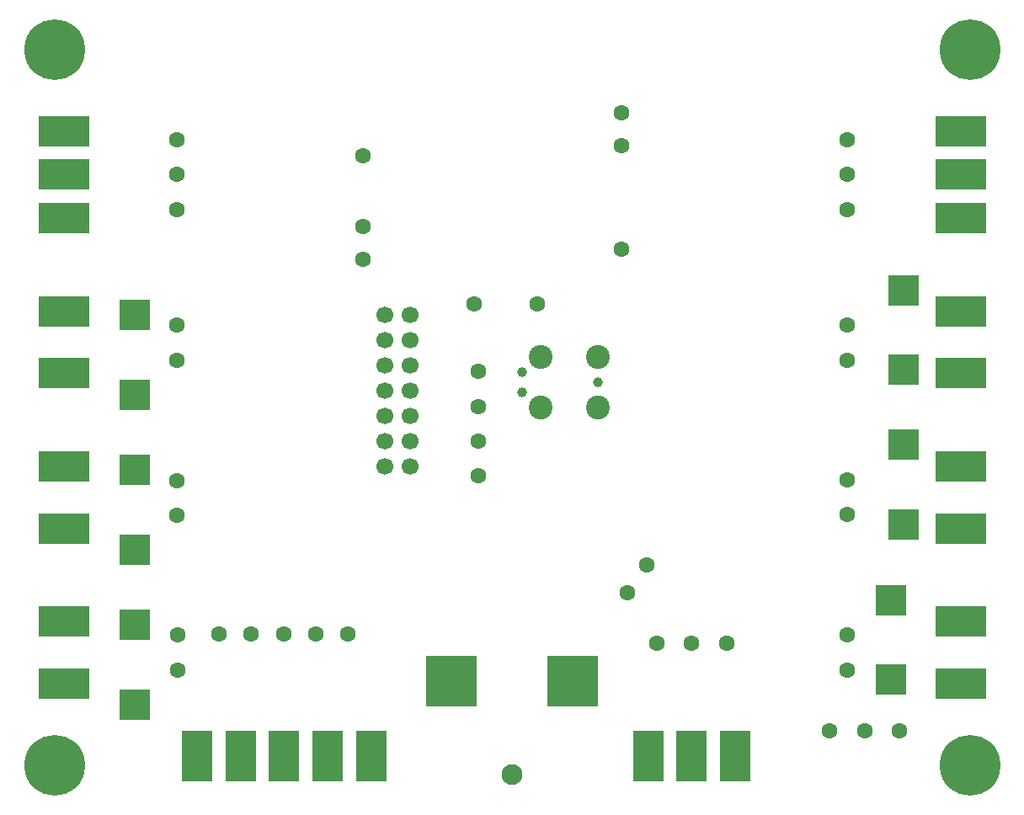
<source format=gbs>
%FSLAX25Y25*%
%MOIN*%
G70*
G01*
G75*
G04 Layer_Color=16711935*
%ADD10C,0.01772*%
%ADD11C,0.01969*%
%ADD12R,0.06693X0.09843*%
%ADD13R,0.09843X0.06693*%
%ADD14R,0.03158X0.03827*%
%ADD15R,0.03827X0.03158*%
%ADD16R,0.08661X0.04724*%
%ADD17R,0.08661X0.13780*%
%ADD18R,0.06693X0.07874*%
%ADD19R,0.05315X0.01772*%
%ADD20R,0.06693X0.14567*%
%ADD21R,0.03150X0.01181*%
%ADD22R,0.01181X0.03150*%
%ADD23R,0.06693X0.06693*%
%ADD24C,0.03150*%
%ADD25R,0.03543X0.05906*%
%ADD26R,0.05906X0.03543*%
%ADD27R,0.19685X0.19685*%
%ADD28R,0.15354X0.24410*%
%ADD29R,0.12992X0.17323*%
%ADD30R,0.01575X0.03150*%
%ADD31R,0.03937X0.03543*%
%ADD32R,0.07087X0.15354*%
%ADD33R,0.05118X0.21654*%
%ADD34R,0.15354X0.07087*%
%ADD35R,0.21654X0.05118*%
%ADD36R,0.02362X0.01969*%
%ADD37R,0.01969X0.02362*%
%ADD38R,0.03543X0.02362*%
%ADD39R,0.02362X0.03543*%
%ADD40R,0.02756X0.05118*%
%ADD41R,0.05118X0.02756*%
%ADD42R,0.06890X0.04724*%
%ADD43R,0.04724X0.06890*%
%ADD44R,0.06299X0.22441*%
%ADD45R,0.22441X0.06299*%
%ADD46C,0.03937*%
%ADD47C,0.00787*%
%ADD48C,0.01181*%
%ADD49C,0.01575*%
%ADD50C,0.02362*%
%ADD51C,0.05906*%
%ADD52C,0.01378*%
%ADD53C,0.02953*%
%ADD54C,0.03150*%
%ADD55C,0.00591*%
%ADD56R,0.10433X0.04331*%
%ADD57R,0.09449X0.04331*%
%ADD58R,0.06200X0.08500*%
%ADD59R,0.08500X0.06200*%
%ADD60R,0.06200X0.17300*%
%ADD61R,0.04331X0.09449*%
%ADD62R,0.25000X0.04331*%
%ADD63R,0.09055X0.04331*%
%ADD64R,0.11417X0.09449*%
%ADD65R,0.07087X0.04331*%
%ADD66R,0.04232X0.02854*%
%ADD67C,0.23622*%
%ADD68C,0.05906*%
%ADD69C,0.09055*%
%ADD70C,0.03543*%
%ADD71C,0.07874*%
%ADD72C,0.06299*%
%ADD73C,0.02362*%
%ADD74C,0.02598*%
%ADD75C,0.04000*%
%ADD76C,0.17716*%
%ADD77C,0.03740*%
%ADD78C,0.11614*%
%ADD79C,0.10236*%
%ADD80C,0.02756*%
%ADD81C,0.07874*%
%ADD82R,0.05906X0.04232*%
%ADD83R,0.05915X0.03248*%
%ADD84R,0.11811X0.19685*%
%ADD85R,0.19685X0.11811*%
%ADD86R,0.11811X0.11811*%
%ADD87R,0.09055X0.08764*%
%ADD88R,0.09055X0.04331*%
%ADD89R,0.08563X0.04331*%
%ADD90R,0.19488X0.10925*%
%ADD91R,0.03051X0.09449*%
%ADD92C,0.00984*%
%ADD93C,0.00100*%
%ADD94C,0.01000*%
%ADD95R,0.06299X0.06299*%
%ADD96R,0.15748X0.15748*%
%ADD97R,0.07087X0.10236*%
%ADD98R,0.10236X0.07087*%
%ADD99R,0.03551X0.04221*%
%ADD100R,0.04221X0.03551*%
%ADD101R,0.09055X0.05118*%
%ADD102R,0.09055X0.14173*%
%ADD103R,0.07087X0.08268*%
%ADD104R,0.05709X0.02165*%
%ADD105R,0.07087X0.14961*%
%ADD106R,0.03347X0.01378*%
%ADD107R,0.01378X0.03347*%
%ADD108R,0.06890X0.06890*%
%ADD109R,0.03937X0.06299*%
%ADD110R,0.06299X0.03937*%
%ADD111R,0.20079X0.20079*%
%ADD112R,0.15748X0.24803*%
%ADD113R,0.13386X0.17716*%
%ADD114R,0.01969X0.03543*%
%ADD115R,0.04331X0.03937*%
%ADD116R,0.07480X0.15748*%
%ADD117R,0.05512X0.22047*%
%ADD118R,0.15748X0.07480*%
%ADD119R,0.22047X0.05512*%
%ADD120R,0.03150X0.02756*%
%ADD121R,0.02756X0.03150*%
%ADD122R,0.04331X0.03150*%
%ADD123R,0.03150X0.04331*%
%ADD124R,0.03150X0.05512*%
%ADD125R,0.05512X0.03150*%
%ADD126R,0.07284X0.05118*%
%ADD127R,0.05118X0.07284*%
%ADD128R,0.06693X0.22835*%
%ADD129R,0.22835X0.06693*%
%ADD130C,0.24016*%
%ADD131C,0.09449*%
%ADD132C,0.03937*%
%ADD133C,0.08268*%
%ADD134C,0.06693*%
%ADD135R,0.12205X0.20079*%
%ADD136R,0.20079X0.12205*%
%ADD137R,0.12205X0.12205*%
D72*
X-64961Y-89763D02*
D03*
X-77756D02*
D03*
X-90551Y-89763D02*
D03*
X-103347D02*
D03*
X-116142Y-89763D02*
D03*
X132677Y78346D02*
D03*
X132678Y92126D02*
D03*
Y105906D02*
D03*
X-132677Y105906D02*
D03*
X43307Y116535D02*
D03*
X43307Y103544D02*
D03*
X-59055Y71654D02*
D03*
Y58662D02*
D03*
Y99607D02*
D03*
X9843Y40946D02*
D03*
X43307Y62599D02*
D03*
X-14961Y40945D02*
D03*
X-132676Y18701D02*
D03*
Y32480D02*
D03*
X-132677Y-42717D02*
D03*
Y-28937D02*
D03*
X-132577Y-103937D02*
D03*
Y-90158D02*
D03*
X132577Y-90256D02*
D03*
Y-104035D02*
D03*
Y-28740D02*
D03*
Y-42520D02*
D03*
X132597Y32484D02*
D03*
Y18705D02*
D03*
X84744Y-93308D02*
D03*
X70965D02*
D03*
X125689Y-127953D02*
D03*
X153248D02*
D03*
X139469D02*
D03*
X57184Y-93307D02*
D03*
X-132678Y78347D02*
D03*
Y92126D02*
D03*
X-13484Y-27165D02*
D03*
Y-13406D02*
D03*
Y394D02*
D03*
Y14173D02*
D03*
X45472Y-73326D02*
D03*
X53347Y-62303D02*
D03*
D111*
X-24016Y-108268D02*
D03*
X24016D02*
D03*
D130*
X-181102Y-141732D02*
D03*
X181102D02*
D03*
Y141732D02*
D03*
X-181102D02*
D03*
D131*
X11358Y19842D02*
D03*
Y-158D02*
D03*
X33858Y19842D02*
D03*
Y-158D02*
D03*
D132*
X3858Y13839D02*
D03*
Y5847D02*
D03*
X33858Y9843D02*
D03*
D133*
X0Y-145276D02*
D03*
D134*
X-50472Y-13406D02*
D03*
X-40472Y-23405D02*
D03*
X-50472D02*
D03*
X-40472Y-13406D02*
D03*
Y-3405D02*
D03*
X-50472D02*
D03*
X-40472Y6594D02*
D03*
X-50472D02*
D03*
X-40472Y16594D02*
D03*
X-50472D02*
D03*
X-40472Y26594D02*
D03*
X-50472D02*
D03*
X-40472Y36595D02*
D03*
X-50472D02*
D03*
D135*
X70965Y-138189D02*
D03*
X88090D02*
D03*
X53839D02*
D03*
X-73130D02*
D03*
X-107579D02*
D03*
X-90354D02*
D03*
X-55905D02*
D03*
X-124803D02*
D03*
D136*
X177559Y92126D02*
D03*
Y109252D02*
D03*
Y75000D02*
D03*
X-177559Y92126D02*
D03*
Y75000D02*
D03*
Y109252D02*
D03*
Y37839D02*
D03*
Y13429D02*
D03*
Y-23535D02*
D03*
Y-47945D02*
D03*
Y-84909D02*
D03*
Y-109319D02*
D03*
X177559D02*
D03*
Y-84909D02*
D03*
Y-47945D02*
D03*
Y-23535D02*
D03*
Y13429D02*
D03*
Y37839D02*
D03*
D137*
X-149409Y36417D02*
D03*
Y4921D02*
D03*
Y-56409D02*
D03*
Y-24913D02*
D03*
Y-86221D02*
D03*
Y-117717D02*
D03*
X149803Y-76378D02*
D03*
Y-107874D02*
D03*
X155020Y-46425D02*
D03*
Y-14929D02*
D03*
Y46329D02*
D03*
Y14833D02*
D03*
M02*

</source>
